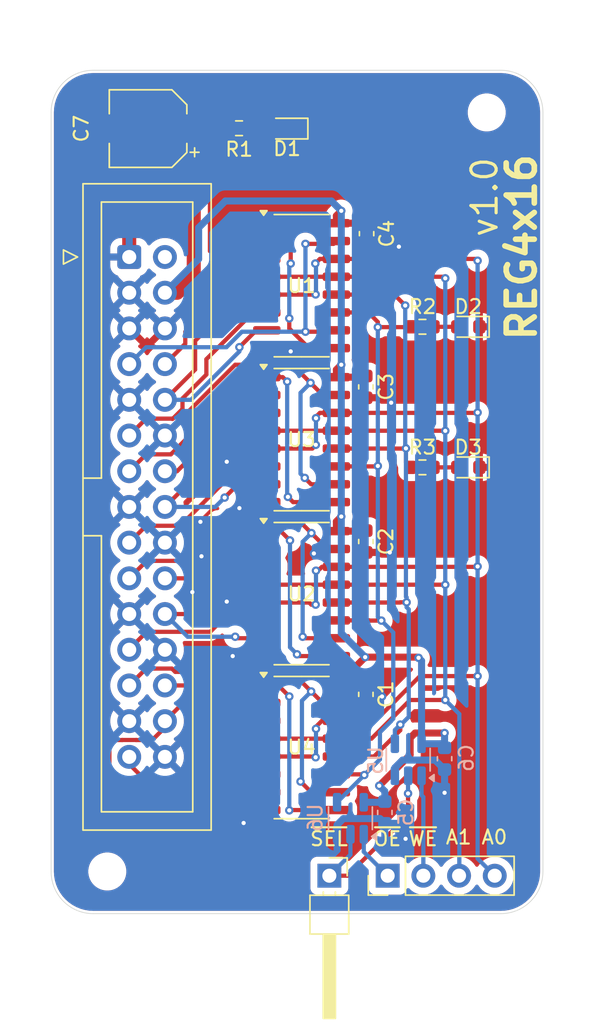
<source format=kicad_pcb>
(kicad_pcb (version 20241229) (generator "pcbnew") (generator_version "9.0")
  (title_block (date "2025-09-05") (rev "v1.0"))
  (layers (0 "F.Cu" signal) (2 "B.Cu" signal) (13 "F.Paste" user) (15 "B.Paste" user) (5 "F.SilkS" user "F.Silkscreen") (7 "B.SilkS" user "B.Silkscreen") (1 "F.Mask" user) (3 "B.Mask" user) (25 "Edge.Cuts" user))
  (net 0 "")
  (net 1 "/bus_conn/IO12")
  (net 2 "/bus_conn/IO6")
  (net 3 "/bus_conn/IO13")
  (net 4 "/bus_conn/IO2")
  (net 5 "/bus_conn/IO4")
  (net 6 "/bus_conn/IO7")
  (net 7 "/bus_conn/IO10")
  (net 8 "/bus_conn/IO0")
  (net 9 "/bus_conn/IO3")
  (net 10 "/bus_conn/IO11")
  (net 11 "/bus_conn/IO14")
  (net 12 "/bus_conn/CLK")
  (net 13 "/bus_conn/IO8")
  (net 14 "/bus_conn/IO5")
  (net 15 "/bus_conn/IO9")
  (net 16 "/bus_conn/IO15")
  (net 17 "/bus_conn/IO1")
  (net 18 "GND")
  (net 19 "+5V")
  (net 20 "/ADDR0")
  (net 21 "/~{OE}")
  (net 22 "/ADDR1")
  (net 23 "/~{WE}")
  (net 24 "/~{SEL}")
  (net 25 "/s~{OE}")
  (net 26 "/s~{WE}")
  (net 27 "Net-(D1-A)")
  (net 28 "Net-(D2-A)")
  (net 29 "Net-(D3-A)")
  (footprint "Package_SO:SOIC-16_3.9x9.9mm_P1.27mm" (layer "F.Cu") (at 37.325 55.731667)
    (property "Reference" "U2")
    (property "Value" "74LS670" (hide yes))
  )
  (footprint "MountingHole:MountingHole_2.2mm_M2" (layer "F.Cu") (at 50.5 21.5)
    (property "Reference" "H1" (hide yes))
    (property "Value" "MountingHole" (hide yes))
  )
  (footprint "Capacitor_SMD:C_0603_1608Metric" (layer "F.Cu") (at 41.95 30.125 -90)
    (property "Reference" "C4")
    (property "Value" "0.1uF" (hide yes))
  )
  (footprint "Package_SO:SOIC-16_3.9x9.9mm_P1.27mm" (layer "F.Cu") (at 37.325 44.778333)
    (property "Reference" "U3")
    (property "Value" "74LS670" (hide yes))
  )
  (footprint "Resistor_SMD:R_0603_1608Metric" (layer "F.Cu") (at 45.925 36.75)
    (property "Reference" "R2")
    (property "Value" "220")
  )
  (footprint "Package_SO:SOIC-16_3.9x9.9mm_P1.27mm" (layer "F.Cu") (at 37.325 33.825)
    (property "Reference" "U1")
    (property "Value" "74LS670" (hide yes))
  )
  (footprint "Capacitor_SMD:C_0603_1608Metric" (layer "F.Cu") (at 41.9 52.025 -90)
    (property "Reference" "C2")
    (property "Value" "0.1uF" (hide yes))
  )
  (footprint "Resistor_SMD:R_0603_1608Metric" (layer "F.Cu") (at 45.925 46.75)
    (property "Reference" "R3")
    (property "Value" "220")
  )
  (footprint "Capacitor_SMD:C_0603_1608Metric" (layer "F.Cu") (at 41.9 41.025 -90)
    (property "Reference" "C3")
    (property "Value" "0.1uF" (hide yes))
  )
  (footprint "Package_SO:SOIC-16_3.9x9.9mm_P1.27mm" (layer "F.Cu") (at 37.325 66.685)
    (property "Reference" "U4")
    (property "Value" "74LS670" (hide yes))
  )
  (footprint "Capacitor_SMD:C_0603_1608Metric" (layer "F.Cu") (at 41.9 62.9 -90)
    (property "Reference" "C1")
    (property "Value" "0.1uF" (hide yes))
  )
  (footprint "Connector_IDC:IDC-Header_2x15_P2.54mm_Vertical" (layer "F.Cu") (at 25.06 31.785)
    (property "Reference" "J3" (hide yes))
    (property "Value" "Conn_02x15_Odd_Even" (hide yes))
  )
  (footprint "LED_SMD:LED_0603_1608Metric" (layer "F.Cu") (at 49.1875 46.75 180)
    (property "Reference" "D3")
    (property "Value" "LED" (hide yes))
  )
  (footprint "Resistor_SMD:R_0603_1608Metric" (layer "F.Cu") (at 32.875 22.625)
    (property "Reference" "R1")
    (property "Value" "220" (hide yes))
  )
  (footprint "Capacitor_SMD:CP_Elec_5x5.3" (layer "F.Cu") (at 26.4 22.65 180)
    (property "Reference" "C7")
    (property "Value" "100uF" (hide yes))
  )
  (footprint "LED_SMD:LED_0603_1608Metric" (layer "F.Cu") (at 49.1875 36.75 180)
    (property "Reference" "D2")
    (property "Value" "LED" (hide yes))
  )
  (footprint "LED_SMD:LED_0603_1608Metric" (layer "F.Cu") (at 36.2875 22.65 180)
    (property "Reference" "D1")
    (property "Value" "LED" (hide yes))
  )
  (footprint "Connector_PinHeader_2.54mm:PinHeader_1x01_P2.54mm_Horizontal" (layer "F.Cu") (at 39.3 75.8 -90)
    (property "Reference" "J2" (hide yes))
    (property "Value" "Conn_01x01")
  )
  (footprint "MountingHole:MountingHole_2.2mm_M2" (layer "F.Cu") (at 23.5 75.5)
    (property "Reference" "H2" (hide yes))
    (property "Value" "MountingHole" (hide yes))
  )
  (footprint "Connector_PinHeader_2.54mm:PinHeader_1x04_P2.54mm_Vertical" (layer "F.Cu") (at 43.45 75.8 90)
    (property "Reference" "J1" (hide yes))
    (property "Value" "Conn_01x04" (hide yes))
  )
  (footprint "Capacitor_SMD:C_0603_1608Metric" (layer "B.Cu") (at 43.25 71.3 -90)
    (property "Reference" "C5")
    (property "Value" "0.1uF" (hide yes))
  )
  (footprint "Package_TO_SOT_SMD:SOT-23-5" (layer "B.Cu") (at 40.8 71.7125 90)
    (property "Reference" "U6")
    (property "Value" "74AHC1G32")
  )
  (footprint "Capacitor_SMD:C_0603_1608Metric" (layer "B.Cu") (at 47.5 67.475 -90)
    (property "Reference" "C6")
    (property "Value" "0.1uF" (hide yes))
  )
  (footprint "Package_TO_SOT_SMD:SOT-23-5" (layer "B.Cu") (at 44.9125 67.55 90)
    (property "Reference" "U5")
    (property "Value" "74AHC1G32")
  )
  (gr_arc (start 19.5 21.5) (mid 20.37868 19.37868) (end 22.5 18.5) (stroke (width 0.05)) (layer "Edge.Cuts"))
  (gr_line (start 22.5 18.5) (end 51.5 18.5) (stroke (width 0.05)) (layer "Edge.Cuts"))
  (gr_line (start 51.5 78.5) (end 22.5 78.5) (stroke (width 0.05)) (layer "Edge.Cuts"))
  (gr_line (start 19.5 75.5) (end 19.5 21.5) (stroke (width 0.05)) (layer "Edge.Cuts"))
  (gr_arc (start 51.5 18.5) (mid 53.62132 19.37868) (end 54.5 21.5) (stroke (width 0.05)) (layer "Edge.Cuts"))
  (gr_line (start 54.5 21.5) (end 54.5 75.5) (stroke (width 0.05)) (layer "Edge.Cuts"))
  (gr_arc (start 22.5 78.5) (mid 20.37868 77.62132) (end 19.5 75.5) (stroke (width 0.05)) (layer "Edge.Cuts"))
  (gr_arc (start 54.5 75.5) (mid 53.62132 77.62132) (end 51.5 78.5) (stroke (width 0.05)) (layer "Edge.Cuts"))
  (gr_text "~{SEL}\n" (at 37.841667 73.7625 0) (layer "F.SilkS") (effects (font (size 1 1) (thickness 0.153)) (justify left bottom)))
  (gr_text "A1" (at 47.500238 73.641667 0) (layer "F.SilkS") (effects (font (size 1 1) (thickness 0.153)) (justify left bottom)))
  (gr_text "REG4x16" (at 54.15 37.925 90) (layer "F.SilkS") (effects (font (size 2 2) (thickness 0.4) (bold yes)) (justify left bottom)))
  (gr_text "~{WE}\n" (at 44.841191 73.7625 0) (layer "F.SilkS") (effects (font (size 1 1) (thickness 0.153)) (justify left bottom)))
  (gr_text "A0" (at 50.040238 73.641667 0) (layer "F.SilkS") (effects (font (size 1 1) (thickness 0.153)) (justify left bottom)))
  (gr_text "~{OE}\n" (at 42.34881 73.7625 0) (layer "F.SilkS") (effects (font (size 1 1) (thickness 0.153)) (justify left bottom)))
  (gr_text "v1.0" (at 51.4 30.5 90) (layer "F.SilkS") (effects (font (size 1.8 1.8) (thickness 0.225)) (justify left bottom)))
  (segment (start 28.097471 61.064) (end 26.261 61.064) (width 0.3) (layer "F.Cu") (net 1))
  (segment (start 38.007501 62.692499) (end 36.615001 61.3) (width 0.3) (layer "F.Cu") (net 1))
  (segment (start 38.01 69.86) (end 37.25 69.1) (width 0.3) (layer "F.Cu") (net 1))
  (segment (start 39.8 63.51) (end 38.825001 63.51) (width 0.3) (layer "F.Cu") (net 1))
  (segment (start 39.8 69.86) (end 38.01 69.86) (width 0.3) (layer "F.Cu") (net 1))
  (segment (start 38.825001 63.51) (end 38.007501 62.692499) (width 0.3) (layer "F.Cu") (net 1))
  (segment (start 28.333471 61.3) (end 28.097471 61.064) (width 0.3) (layer "F.Cu") (net 1))
  (segment (start 26.261 61.064) (end 25.06 62.265) (width 0.3) (layer "F.Cu") (net 1))
  (segment (start 36.615001 61.3) (end 28.333471 61.3) (width 0.3) (layer "F.Cu") (net 1))
  (via (at 38.007501 62.692499) (size 0.6) (drill 0.3) (layers "F.Cu" "B.Cu") (net 1))
  (via (at 37.25 69.1) (size 0.6) (drill 0.3) (layers "F.Cu" "B.Cu") (net 1))
  (segment (start 38.007501 62.692499) (end 37.35 63.35) (width 0.3) (layer "B.Cu") (net 1))
  (segment (start 37.35 69) (end 37.25 69.1) (width 0.3) (layer "B.Cu") (net 1))
  (segment (start 37.35 63.35) (end 37.35 69) (width 0.3) (layer "B.Cu") (net 1))
  (segment (start 27.6 49.565) (end 31.2 45.965) (width 0.3) (layer "F.Cu") (net 2))
  (segment (start 31.2 45.965) (end 31.2 44.278334) (width 0.3) (layer "F.Cu") (net 2))
  (segment (start 31.2 44.278334) (end 33.875001 41.603333) (width 0.3) (layer "F.Cu") (net 2))
  (segment (start 31.85 48.9) (end 32.796667 47.953333) (width 0.3) (layer "F.Cu") (net 2))
  (segment (start 32.796667 47.953333) (end 34.85 47.953333) (width 0.3) (layer "F.Cu") (net 2))
  (segment (start 33.875001 41.603333) (end 34.85 41.603333) (width 0.3) (layer "F.Cu") (net 2))
  (via (at 31.85 48.9) (size 0.6) (drill 0.3) (layers "F.Cu" "B.Cu") (net 2))
  (segment (start 31.185 49.565) (end 27.6 49.565) (width 0.3) (layer "B.Cu") (net 2))
  (segment (start 31.85 48.9) (end 31.185 49.565) (width 0.3) (layer "B.Cu") (net 2))
  (segment (start 27.6 62.265) (end 34.825 62.265) (width 0.3) (layer "F.Cu") (net 3))
  (segment (start 36.47 71.13) (end 36.45 71.15) (width 0.3) (layer "F.Cu") (net 3))
  (segment (start 34.85 62.24) (end 35.64 62.24) (width 0.3) (layer "F.Cu") (net 3))
  (segment (start 39.8 71.13) (end 36.47 71.13) (width 0.3) (layer "F.Cu") (net 3))
  (segment (start 35.64 62.24) (end 36.45 63.05) (width 0.3) (layer "F.Cu") (net 3))
  (segment (start 34.825 62.265) (end 34.85 62.24) (width 0.3) (layer "F.Cu") (net 3))
  (segment (start 36.45 63.05) (end 36.5 63.1) (width 0.3) (layer "F.Cu") (net 3))
  (via (at 36.45 63.05) (size 0.6) (drill 0.3) (layers "F.Cu" "B.Cu") (net 3))
  (via (at 36.45 71.15) (size 0.6) (drill 0.3) (layers "F.Cu" "B.Cu") (net 3))
  (segment (start 36.45 63.05) (end 36.45 71.15) (width 0.3) (layer "B.Cu") (net 3))
  (segment (start 29.75 39.795) (end 29.75 37.75) (width 0.3) (layer "F.Cu") (net 4))
  (segment (start 29.75 37.75) (end 32 35.5) (width 0.3) (layer "F.Cu") (net 4))
  (segment (start 33.875001 30.65) (end 34.85 30.65) (width 0.3) (layer "F.Cu") (net 4))
  (segment (start 34.85 37) (end 34.1 37) (width 0.3) (layer "F.Cu") (net 4))
  (segment (start 32 35.5) (end 32 32.525001) (width 0.3) (layer "F.Cu") (net 4))
  (segment (start 32 32.525001) (end 33.875001 30.65) (width 0.3) (layer "F.Cu") (net 4))
  (segment (start 27.6 41.945) (end 29.75 39.795) (width 0.3) (layer "F.Cu") (net 4))
  (segment (start 34.1 37) (end 32.9 38.2) (width 0.3) (layer "F.Cu") (net 4))
  (via (at 32.9 38.2) (size 0.6) (drill 0.3) (layers "F.Cu" "B.Cu") (net 4))
  (segment (start 32.9 38.5) (end 32.9 38.2) (width 0.3) (layer "B.Cu") (net 4))
  (segment (start 27.6 41.945) (end 29.455 41.945) (width 0.3) (layer "B.Cu") (net 4))
  (segment (start 29.455 41.945) (end 32.9 38.5) (width 0.3) (layer "B.Cu") (net 4))
  (segment (start 36.671668 39.45) (end 37.960834 40.739166) (width 0.3) (layer "F.Cu") (net 5))
  (segment (start 38.825001 41.603333) (end 39.8 41.603333) (width 0.3) (layer "F.Cu") (net 5))
  (segment (start 28.026 45.824) (end 29.35 44.5) (width 0.3) (layer "F.Cu") (net 5))
  (segment (start 25.06 47.025) (end 26.261 45.824) (width 0.3) (layer "F.Cu") (net 5))
  (segment (start 29.35 44.5) (end 29.35 42.7) (width 0.3) (layer "F.Cu") (net 5))
  (segment (start 32.6 39.45) (end 36.671668 39.45) (width 0.3) (layer "F.Cu") (net 5))
  (segment (start 37.960834 40.739166) (end 38.825001 41.603333) (width 0.3) (layer "F.Cu") (net 5))
  (segment (start 29.35 42.7) (end 32.6 39.45) (width 0.3) (layer "F.Cu") (net 5))
  (segment (start 26.261 45.824) (end 28.026 45.824) (width 0.3) (layer "F.Cu") (net 5))
  (segment (start 38.003333 47.953333) (end 37.55 47.5) (width 0.3) (layer "F.Cu") (net 5))
  (segment (start 39.8 47.953333) (end 38.003333 47.953333) (width 0.3) (layer "F.Cu") (net 5))
  (via (at 37.55 47.5) (size 0.6) (drill 0.3) (layers "F.Cu" "B.Cu") (net 5))
  (via (at 37.960834 40.739166) (size 0.6) (drill 0.3) (layers "F.Cu" "B.Cu") (net 5))
  (segment (start 37.25 41.45) (end 37.25 47.2) (width 0.3) (layer "B.Cu") (net 5))
  (segment (start 37.960834 40.739166) (end 37.25 41.45) (width 0.3) (layer "B.Cu") (net 5))
  (segment (start 37.25 47.2) (end 37.55 47.5) (width 0.3) (layer "B.Cu") (net 5))
  (segment (start 28.696 50.904) (end 32.916667 46.683333) (width 0.3) (layer "F.Cu") (net 6))
  (segment (start 32.916667 43.831667) (end 33.875001 42.873333) (width 0.3) (layer "F.Cu") (net 6))
  (segment (start 26.261 50.904) (end 28.696 50.904) (width 0.3) (layer "F.Cu") (net 6))
  (segment (start 25.06 52.105) (end 26.261 50.904) (width 0.3) (layer "F.Cu") (net 6))
  (segment (start 32.916667 46.683333) (end 34.85 46.683333) (width 0.3) (layer "F.Cu") (net 6))
  (segment (start 33.875001 42.873333) (end 34.85 42.873333) (width 0.3) (layer "F.Cu") (net 6))
  (segment (start 32.916667 46.683333) (end 32.916667 43.831667) (width 0.3) (layer "F.Cu") (net 6))
  (segment (start 33.793333 52.556667) (end 34.85 52.556667) (width 0.3) (layer "F.Cu") (net 7))
  (segment (start 29.165 57.185) (end 33.793333 52.556667) (width 0.3) (layer "F.Cu") (net 7))
  (segment (start 34.85 58.906667) (end 32.706667 58.906667) (width 0.3) (layer "F.Cu") (net 7))
  (segment (start 32.706667 58.906667) (end 32.6 58.8) (width 0.3) (layer "F.Cu") (net 7))
  (segment (start 27.6 57.185) (end 29.165 57.185) (width 0.3) (layer "F.Cu") (net 7))
  (via (at 32.6 58.8) (size 0.6) (drill 0.3) (layers "F.Cu" "B.Cu") (net 7))
  (segment (start 29.215 58.8) (end 32.6 58.8) (width 0.3) (layer "B.Cu") (net 7))
  (segment (start 27.6 57.185) (end 29.215 58.8) (width 0.3) (layer "B.Cu") (net 7))
  (segment (start 37.6 37.1) (end 39.7 37.1) (width 0.3) (layer "F.Cu") (net 8))
  (segment (start 37.6 30.85) (end 39.6 30.85) (width 0.3) (layer "F.Cu") (net 8))
  (segment (start 39.6 30.85) (end 39.8 30.65) (width 0.3) (layer "F.Cu") (net 8))
  (segment (start 39.7 37.1) (end 39.8 37) (width 0.3) (layer "F.Cu") (net 8))
  (via (at 37.6 30.85) (size 0.6) (drill 0.3) (layers "F.Cu" "B.Cu") (net 8))
  (via (at 37.6 37.1) (size 0.6) (drill 0.3) (layers "F.Cu" "B.Cu") (net 8))
  (segment (start 33.079346 37.1) (end 37.6 37.1) (width 0.3) (layer "B.Cu") (net 8))
  (segment (start 37.6 37.1) (end 37.6 30.85) (width 0.3) (layer "B.Cu") (net 8))
  (segment (start 25.06 39.405) (end 26.261 38.204) (width 0.3) (layer "B.Cu") (net 8))
  (segment (start 26.261 38.204) (end 31.975346 38.204) (width 0.3) (layer "B.Cu") (net 8))
  (segment (start 31.975346 38.204) (end 33.079346 37.1) (width 0.3) (layer "B.Cu") (net 8))
  (segment (start 30.55 40.15) (end 30.55 39.055001) (width 0.3) (layer "F.Cu") (net 9))
  (segment (start 33.3275 36.2775) (end 33.875001 35.73) (width 0.3) (layer "F.Cu") (net 9))
  (segment (start 25.06 44.485) (end 26.261 43.284) (width 0.3) (layer "F.Cu") (net 9))
  (segment (start 33.3275 36.2775) (end 33.3275 32.467501) (width 0.3) (layer "F.Cu") (net 9))
  (segment (start 30.55 39.055001) (end 33.3275 36.2775) (width 0.3) (layer "F.Cu") (net 9))
  (segment (start 26.261 43.284) (end 28.097471 43.284) (width 0.3) (layer "F.Cu") (net 9))
  (segment (start 28.85 41.85) (end 30.55 40.15) (width 0.3) (layer "F.Cu") (net 9))
  (segment (start 28.097471 43.284) (end 28.113471 43.3) (width 0.3) (layer "F.Cu") (net 9))
  (segment (start 28.113471 43.3) (end 28.15 43.3) (width 0.3) (layer "F.Cu") (net 9))
  (segment (start 33.875001 31.92) (end 34.85 31.92) (width 0.3) (layer "F.Cu") (net 9))
  (segment (start 33.3275 32.467501) (end 33.875001 31.92) (width 0.3) (layer "F.Cu") (net 9))
  (segment (start 33.875001 35.73) (end 34.85 35.73) (width 0.3) (layer "F.Cu") (net 9))
  (segment (start 28.85 42.6) (end 28.85 41.85) (width 0.3) (layer "F.Cu") (net 9))
  (segment (start 28.15 43.3) (end 28.85 42.6) (width 0.3) (layer "F.Cu") (net 9))
  (segment (start 33.4 57.636667) (end 34.85 57.636667) (width 0.3) (layer "F.Cu") (net 10))
  (segment (start 33.4 57.636667) (end 33.15 57.386667) (width 0.3) (layer "F.Cu") (net 10))
  (segment (start 34.423333 53.826667) (end 34.85 53.826667) (width 0.3) (layer "F.Cu") (net 10))
  (segment (start 25.06 59.69) (end 26.3 58.45) (width 0.3) (layer "F.Cu") (net 10))
  (segment (start 33.15 55.1) (end 34.423333 53.826667) (width 0.3) (layer "F.Cu") (net 10))
  (segment (start 31.636667 57.636667) (end 33.4 57.636667) (width 0.3) (layer "F.Cu") (net 10))
  (segment (start 33.15 57.386667) (end 33.15 55.1) (width 0.3) (layer "F.Cu") (net 10))
  (segment (start 26.3 58.45) (end 30.823334 58.45) (width 0.3) (layer "F.Cu") (net 10))
  (segment (start 25.06 59.725) (end 25.06 59.69) (width 0.3) (layer "F.Cu") (net 10))
  (segment (start 30.823334 58.45) (end 31.636667 57.636667) (width 0.3) (layer "F.Cu") (net 10))
  (segment (start 25.557471 66.144) (end 24.562529 66.144) (width 0.3) (layer "F.Cu") (net 11))
  (segment (start 34.31 70.4) (end 34.85 69.86) (width 0.3) (layer "F.Cu") (net 11))
  (segment (start 26.7 66.15) (end 25.563471 66.15) (width 0.3) (layer "F.Cu") (net 11))
  (segment (start 23.65 68.8) (end 25.25 70.4) (width 0.3) (layer "F.Cu") (net 11))
  (segment (start 25.25 70.4) (end 34.31 70.4) (width 0.3) (layer "F.Cu") (net 11))
  (segment (start 24.556529 66.15) (end 24.05 66.15) (width 0.3) (layer "F.Cu") (net 11))
  (segment (start 27.6 64.805) (end 27.6 65.25) (width 0.3) (layer "F.Cu") (net 11))
  (segment (start 25.563471 66.15) (end 25.557471 66.144) (width 0.3) (layer "F.Cu") (net 11))
  (segment (start 24.562529 66.144) (end 24.556529 66.15) (width 0.3) (layer "F.Cu") (net 11))
  (segment (start 23.65 66.55) (end 23.65 68.8) (width 0.3) (layer "F.Cu") (net 11))
  (segment (start 27.6 64.805) (end 28.895 63.51) (width 0.3) (layer "F.Cu") (net 11))
  (segment (start 27.6 65.25) (end 26.7 66.15) (width 0.3) (layer "F.Cu") (net 11))
  (segment (start 24.05 66.15) (end 23.65 66.55) (width 0.3) (layer "F.Cu") (net 11))
  (segment (start 28.895 63.51) (end 34.85 63.51) (width 0.3) (layer "F.Cu") (net 11))
  (segment (start 25.06 54.645) (end 26.305 53.4) (width 0.3) (layer "F.Cu") (net 13))
  (segment (start 26.305 53.4) (end 28.4 53.4) (width 0.3) (layer "F.Cu") (net 13))
  (segment (start 39.156667 52.556667) (end 39.8 52.556667) (width 0.3) (layer "F.Cu") (net 13))
  (segment (start 37.506667 58.906667) (end 39.8 58.906667) (width 0.3) (layer "F.Cu") (net 13))
  (segment (start 37.05 50.45) (end 38.025 51.425) (width 0.3) (layer "F.Cu") (net 13))
  (segment (start 31.35 50.45) (end 37.05 50.45) (width 0.3) (layer "F.Cu") (net 13))
  (segment (start 38.025 51.425) (end 39.156667 52.556667) (width 0.3) (layer "F.Cu") (net 13))
  (segment (start 37.4 58.8) (end 37.506667 58.906667) (width 0.3) (layer "F.Cu") (net 13))
  (segment (start 28.4 53.4) (end 31.35 50.45) (width 0.3) (layer "F.Cu") (net 13))
  (via (at 38.025 51.425) (size 0.6) (drill 0.3) (layers "F.Cu" "B.Cu") (net 13))
  (via (at 37.4 58.8) (size 0.6) (drill 0.3) (layers "F.Cu" "B.Cu") (net 13))
  (segment (start 37.4 52.05) (end 38.025 51.425) (width 0.3) (layer "B.Cu") (net 13))
  (segment (start 37.4 58.8) (end 37.4 52.05) (width 0.3) (layer "B.Cu") (net 13))
  (segment (start 34.85 40.333333) (end 35.983333 40.333333) (width 0.3) (layer "F.Cu") (net 14))
  (segment (start 35.983333 40.333333) (end 36.3 40.65) (width 0.3) (layer "F.Cu") (net 14))
  (segment (start 33.216667 40.333333) (end 34.85 40.333333) (width 0.3) (layer "F.Cu") (net 14))
  (segment (start 30.15 45.339011) (end 30.15 43.4) (width 0.3) (layer "F.Cu") (net 14))
  (segment (start 39.8 49.223333) (end 36.723333 49.223333) (width 0.3) (layer "F.Cu") (net 14))
  (segment (start 36.723333 49.223333) (end 36.35 48.85) (width 0.3) (layer "F.Cu") (net 14))
  (segment (start 28.464011 47.025) (end 30.15 45.339011) (width 0.3) (layer "F.Cu") (net 14))
  (segment (start 27.6 47.025) (end 28.464011 47.025) (width 0.3) (layer "F.Cu") (net 14))
  (segment (start 30.15 43.4) (end 33.216667 40.333333) (width 0.3) (layer "F.Cu") (net 14))
  (via (at 36.3 40.65) (size 0.6) (drill 0.3) (layers "F.Cu" "B.Cu") (net 14))
  (via (at 36.35 48.85) (size 0.6) (drill 0.3) (layers "F.Cu" "B.Cu") (net 14))
  (segment (start 36.3 48.8) (end 36.35 48.85) (width 0.3) (layer "B.Cu") (net 14))
  (segment (start 36.3 40.65) (end 36.3 48.8) (width 0.3) (layer "B.Cu") (net 14))
  (segment (start 34.85 51.286667) (end 35.836667 51.286667) (width 0.3) (layer "F.Cu") (net 15))
  (segment (start 33.563333 51.286667) (end 30.205 54.645) (width 0.3) (layer "F.Cu") (net 15))
  (segment (start 30.205 54.645) (end 27.6 54.645) (width 0.3) (layer "F.Cu") (net 15))
  (segment (start 35.836667 51.286667) (end 36.5 51.95) (width 0.3) (layer "F.Cu") (net 15))
  (segment (start 34.85 51.286667) (end 33.563333 51.286667) (width 0.3) (layer "F.Cu") (net 15))
  (segment (start 39.8 60.176667) (end 37.126667 60.176667) (width 0.3) (layer "F.Cu") (net 15))
  (segment (start 37.126667 60.176667) (end 37 60.05) (width 0.3) (layer "F.Cu") (net 15))
  (via (at 36.5 51.95) (size 0.6) (drill 0.3) (layers "F.Cu" "B.Cu") (net 15))
  (via (at 37 60.05) (size 0.6) (drill 0.3) (layers "F.Cu" "B.Cu") (net 15))
  (segment (start 36.5 59.55) (end 37 60.05) (width 0.3) (layer "B.Cu") (net 15))
  (segment (start 36.5 51.95) (end 36.5 59.55) (width 0.3) (layer "B.Cu") (net 15))
  (segment (start 32.515 69.375) (end 33.3 68.59) (width 0.3) (layer "F.Cu") (net 16))
  (segment (start 25.06 67.345) (end 25.06 67.86) (width 0.3) (layer "F.Cu") (net 16))
  (segment (start 32.95 65.705001) (end 32.95 68.24) (width 0.3) (layer "F.Cu") (net 16))
  (segment (start 33.3 68.59) (end 34.85 68.59) (width 0.3) (layer "F.Cu") (net 16))
  (segment (start 25.06 67.86) (end 26.575 69.375) (width 0.3) (layer "F.Cu") (net 16))
  (segment (start 34.85 64.78) (end 33.875001 64.78) (width 0.3) (layer "F.Cu") (net 16))
  (segment (start 26.575 69.375) (end 32.515 69.375) (width 0.3) (layer "F.Cu") (net 16))
  (segment (start 32.95 68.24) (end 33.3 68.59) (width 0.3) (layer "F.Cu") (net 16))
  (segment (start 33.875001 64.78) (end 32.95 65.705001) (width 0.3) (layer "F.Cu") (net 16))
  (segment (start 36.55 30.105001) (end 36.55 32.25) (width 0.3) (layer "F.Cu") (net 17))
  (segment (start 36.45 36.870654) (end 36.45 36.15) (width 0.3) (layer "F.Cu") (net 17))
  (segment (start 29.049 37.956) (end 29.049 37.101) (width 0.3) (layer "F.Cu") (net 17))
  (segment (start 29.049 37.101) (end 30.675 35.475) (width 0.3) (layer "F.Cu") (net 17))
  (segment (start 35.824999 29.38) (end 36.55 30.105001) (width 0.3) (layer "F.Cu") (net 17))
  (segment (start 30.675 32.580001) (end 33.875001 29.38) (width 0.3) (layer "F.Cu") (net 17))
  (segment (start 30.675 35.475) (end 30.675 32.580001) (width 0.3) (layer "F.Cu") (net 17))
  (segment (start 39.8 38.27) (end 37.849346 38.27) (width 0.3) (layer "F.Cu") (net 17))
  (segment (start 34.85 29.38) (end 35.824999 29.38) (width 0.3) (layer "F.Cu") (net 17))
  (segment (start 27.6 39.405) (end 29.049 37.956) (width 0.3) (layer "F.Cu") (net 17))
  (segment (start 37.849346 38.27) (end 36.45 36.870654) (width 0.3) (layer "F.Cu") (net 17))
  (segment (start 33.875001 29.38) (end 34.85 29.38) (width 0.3) (layer "F.Cu") (net 17))
  (via (at 36.55 32.25) (size 0.6) (drill 0.3) (layers "F.Cu" "B.Cu") (net 17))
  (via (at 36.45 36.15) (size 0.6) (drill 0.3) (layers "F.Cu" "B.Cu") (net 17))
  (segment (start 36.45 32.35) (end 36.55 32.25) (width 0.3) (layer "B.Cu") (net 17))
  (segment (start 36.45 36.15) (end 36.45 32.35) (width 0.3) (layer "B.Cu") (net 17))
  (segment (start 34.85 60.176667) (end 32.423333 60.176667) (width 0.5) (layer "F.Cu") (net 18))
  (segment (start 33.326667 49.223333) (end 32.9 49.65) (width 0.5) (layer "F.Cu") (net 18))
  (segment (start 41.9 52.8) (end 43.6 52.8) (width 0.5) (layer "F.Cu") (net 18))
  (segment (start 36.32 38.27) (end 36.55 38.5) (width 0.5) (layer "F.Cu") (net 18))
  (segment (start 43.35 41.8) (end 43.7 42.15) (width 0.5) (layer "F.Cu") (net 18))
  (segment (start 44.1 30.9) (end 44.25 31.05) (width 0.5) (layer "F.Cu") (net 18))
  (segment (start 34.85 71.13) (end 33.93 72.05) (width 0.5) (layer "F.Cu") (net 18))
  (segment (start 41.95 30.9) (end 44.1 30.9) (width 0.5) (layer "F.Cu") (net 18))
  (segment (start 25.06 23.51) (end 24.2 22.65) (width 1) (layer "F.Cu") (net 18))
  (segment (start 33.93 72.05) (end 33.2 72.05) (width 0.5) (layer "F.Cu") (net 18))
  (segment (start 34.85 38.27) (end 36.32 38.27) (width 0.5) (layer "F.Cu") (net 18))
  (segment (start 41.9 41.8) (end 43.35 41.8) (width 0.5) (layer "F.Cu") (net 18))
  (segment (start 34.85 49.223333) (end 33.326667 49.223333) (width 0.5) (layer "F.Cu") (net 18))
  (segment (start 41.9 63.675) (end 42.425 63.675) (width 0.5) (layer "F.Cu") (net 18))
  (segment (start 42.425 63.675) (end 43.05 63.05) (width 0.5) (layer "F.Cu") (net 18))
  (segment (start 25.06 31.785) (end 25.06 23.51) (width 1) (layer "F.Cu") (net 18))
  (via (at 44.25 31.05) (size 0.6) (drill 0.3) (layers "F.Cu" "B.Cu") (net 18))
  (via (at 44.725 73.175) (size 0.6) (drill 0.3) (layers "F.Cu" "B.Cu") (net 18))
  (via (at 43.6 52.8) (size 0.6) (drill 0.3) (layers "F.Cu" "B.Cu") (net 18))
  (via (at 30.125 50.625) (size 0.6) (drill 0.3) (layers "F.Cu" "B.Cu") (net 18))
  (via (at 32 46.35) (size 0.6) (drill 0.3) (layers "F.Cu" "B.Cu") (net 18))
  (via (at 32.423333 60.176667) (size 0.6) (drill 0.3) (layers "F.Cu" "B.Cu") (net 18))
  (via (at 36.55 38.5) (size 0.6) (drill 0.3) (layers "F.Cu" "B.Cu") (net 18))
  (via (at 32.9 49.65) (size 0.6) (drill 0.3) (layers "F.Cu" "B.Cu") (net 18))
  (via (at 43.05 63.05) (size 0.6) (drill 0.3) (layers "F.Cu" "B.Cu") (net 18))
  (via (at 32 56.3) (size 0.6) (drill 0.3) (layers "F.Cu" "B.Cu") (net 18))
  (via (at 29.55 55.625) (size 0.6) (drill 0.3) (layers "F.Cu" "B.Cu") (net 18))
  (via (at 47.5 69.9) (size 0.6) (drill 0.3) (layers "F.Cu" "B.Cu") (net 18))
  (via (at 33.2 72.05) (size 0.6) (drill 0.3) (layers "F.Cu" "B.Cu") (net 18))
  (via (at 30.2 53.075) (size 0.6) (drill 0.3) (layers "F.Cu" "B.Cu") (net 18))
  (via (at 38.2 52.875) (size 0.6) (drill 0.3) (layers "F.Cu" "B.Cu") (net 18))
  (via (at 43.7 42.15) (size 0.6) (drill 0.3) (layers "F.Cu" "B.Cu") (net 18))
  (segment (start 44.5094 67.574) (end 46.824 67.574) (width 0.5) (layer "B.Cu") (net 18))
  (segment (start 43.675 72.075) (end 43.25 72.075) (width 0.5) (layer "B.Cu") (net 18))
  (segment (start 39.85 72.85) (end 39.85 72.187501) (width 0.5) (layer "B.Cu") (net 18))
  (segment (start 43.9625 68.1209) (end 44.5094 67.574) (width 0.5) (layer "B.Cu") (net 18))
  (segment (start 46.824 67.574) (end 47.5 68.25) (width 0.5) (layer "B.Cu") (net 18))
  (segment (start 44.725 73.175) (end 43.9 72.35) (width 0.5) (layer "B.Cu") (net 18))
  (segment (start 40.301001 71.7365) (end 42.9115 71.7365) (width 0.5) (layer "B.Cu") (net 18))
  (segment (start 43.9 72.3) (end 43.675 72.075) (width 0.5) (layer "B.Cu") (net 18))
  (segment (start 39.85 72.187501) (end 40.301001 71.7365) (width 0.5) (layer "B.Cu") (net 18))
  (segment (start 42.9115 71.7365) (end 43.25 72.075) (width 0.5) (layer "B.Cu") (net 18))
  (segment (start 47.5 68.25) (end 47.5 69.9) (width 0.5) (layer "B.Cu") (net 18))
  (segment (start 43.9625 68.6875) (end 43.9625 68.1209) (width 0.5) (layer "B.Cu") (net 18))
  (segment (start 43.9 72.35) (end 43.9 72.3) (width 0.5) (layer "B.Cu") (net 18))
  (segment (start 40.15 39.45) (end 39.8 39.8) (width 0.5) (layer "F.Cu") (net 19))
  (segment (start 39.8 29.38) (end 41.92 29.38) (width 0.5) (layer "F.Cu") (net 19))
  (segment (start 39.8 51.286667) (end 41.863333 51.286667) (width 0.5) (layer "F.Cu") (net 19))
  (segment (start 39.8 39.8) (end 39.8 40.333333) (width 0.5) (layer "F.Cu") (net 19))
  (segment (start 45.6 60.25) (end 45.65 60.3) (width 0.5) (layer "F.Cu") (net 19))
  (segment (start 45.05 67.2) (end 42.85 69.4) (width 0.5) (layer "F.Cu") (net 19))
  (segment (start 47.5 65.65) (end 45.4 65.65) (width 0.5) (layer "F.Cu") (net 19))
  (segment (start 41.785 62.24) (end 41.9 62.125) (width 0.5) (layer "F.Cu") (net 19))
  (segment (start 39.8 61.45) (end 39.8 62.24) (width 0.5) (layer "F.Cu") (net 19))
  (segment (start 28.475 34.325) (end 27.6 34.325) (width 1) (layer "F.Cu") (net 19))
  (segment (start 29.65 23.7) (end 29.65 33.15) (width 1) (layer "F.Cu") (net 19))
  (segment (start 39.8 50.6) (end 40.15 50.25) (width 0.5) (layer "F.Cu") (net 19))
  (segment (start 28.625 22.625) (end 32.05 22.625) (width 0.5) (layer "F.Cu") (net 19))
  (segment (start 40.95 61.15) (end 40.1 61.15) (width 0.5) (layer "F.Cu") (net 19))
  (segment (start 41.85 60.25) (end 40.95 61.15) (width 0.5) (layer "F.Cu") (net 19))
  (segment (start 39.8 29.38) (end 39.8 28.85) (width 0.5) (layer "F.Cu") (net 19))
  (segment (start 41.92 29.38) (end 41.95 29.35) (width 0.5) (layer "F.Cu") (net 19))
  (segment (start 32.025 22.65) (end 28.6 22.65) (width 0.5) (layer "F.Cu") (net 19))
  (segment (start 39.8 51.286667) (end 39.8 50.6) (width 0.5) (layer "F.Cu") (net 19))
  (segment (start 29.65 33.15) (end 28.475 34.325) (width 1) (layer "F.Cu") (net 19))
  (segment (start 39.8 40.333333) (end 41.816667 40.333333) (width 0.5) (layer "F.Cu") (net 19))
  (segment (start 45.05 66) (end 45.05 67.2) (width 0.5) (layer "F.Cu") (net 19))
  (segment (start 39.8 28.85) (end 40.15 28.5) (width 0.5) (layer "F.Cu") (net 19))
  (segment (start 39.8 62.24) (end 41.785 62.24) (width 0.5) (layer "F.Cu") (net 19))
  (segment (start 28.6 22.65) (end 28.625 22.625) (width 0.5) (layer "F.Cu") (net 19))
  (segment (start 41.85 60.25) (end 45.6 60.25) (width 0.5) (layer "F.Cu") (net 19))
  (segment (start 41.863333 51.286667) (end 41.9 51.25) (width 0.5) (layer "F.Cu") (net 19))
  (segment (start 28.6 22.65) (end 29.65 23.7) (width 1) (layer "F.Cu") (net 19))
  (segment (start 41.816667 40.333333) (end 41.9 40.25) (width 0.5) (layer "F.Cu") (net 19))
  (segment (start 40.1 61.15) (end 39.8 61.45) (width 0.5) (layer "F.Cu") (net 19))
  (segment (start 45.4 65.65) (end 45.05 66) (width 0.5) (layer "F.Cu") (net 19))
  (via (at 47.5 65.65) (size 0.6) (drill 0.3) (layers "F.Cu" "B.Cu") (net 19))
  (via (at 40.15 39.45) (size 0.6) (drill 0.3) (layers "F.Cu" "B.Cu") (net 19))
  (via (at 40.15 28.5) (size 0.6) (drill 0.3) (layers "F.Cu" "B.Cu") (net 19))
  (via (at 45.65 60.3) (size 0.6) (drill 0.3) (layers "F.Cu" "B.Cu") (net 19))
  (via (at 42.85 69.4) (size 0.6) (drill 0.3) (layers "F.Cu" "B.Cu") (net 19))
  (via (at 41.85 60.25) (size 0.6) (drill 0.3) (layers "F.Cu" "B.Cu") (net 19))
  (via (at 40.15 50.25) (size 0.6) (drill 0.3) (layers "F.Cu" "B.Cu") (net 19))
  (segment (start 39.45 27.8) (end 40.15 28.5) (width 0.5) (layer "B.Cu") (net 19))
  (segment (start 40.15 39.45) (end 40.15 28.5) (width 0.5) (layer "B.Cu") (net 19))
  (segment (start 45.8625 60.5125) (end 45.8625 66.4125) (width 0.5) (layer "B.Cu") (net 19))
  (segment (start 31.9 27.8) (end 39.45 27.8) (width 0.5) (layer "B.Cu") (net 19))
  (segment (start 40.15 39.45) (end 40.15 58.55) (width 0.5) (layer "B.Cu") (net 19))
  (segment (start 43.25 69.8) (end 42.85 69.4) (width 0.5) (layer "B.Cu") (net 19))
  (segment (start 30 31.925) (end 30 29.7) (width 0.5) (layer "B.Cu") (net 19))
  (segment (start 47.5 66.7) (end 47.5 65.65) (width 0.5) (layer "B.Cu") (net 19))
  (segment (start 47.2125 66.4125) (end 47.5 66.7) (width 0.5) (layer "B.Cu") (net 19))
  (segment (start 43.2 70.575) (end 43.25 70.525) (width 0.5) (layer "B.Cu") (net 19))
  (segment (start 41.75 70.575) (end 43.2 70.575) (width 0.5) (layer "B.Cu") (net 19))
  (segment (start 30 29.7) (end 31.9 27.8) (width 0.5) (layer "B.Cu") (net 19))
  (segment (start 45.65 60.3) (end 45.8625 60.5125) (width 0.5) (layer "B.Cu") (net 19))
  (segment (start 40.15 58.55) (end 41.85 60.25) (width 0.5) (layer "B.Cu") (net 19))
  (segment (start 43.25 70.525) (end 43.25 69.8) (width 0.5) (layer "B.Cu") (net 19))
  (segment (start 27.6 34.325) (end 30 31.925) (width 0.5) (layer "B.Cu") (net 19))
  (segment (start 45.8625 66.4125) (end 47.2125 66.4125) (width 0.5) (layer "B.Cu") (net 19))
  (segment (start 38.35 43.25) (end 38.35 43.15) (width 0.3) (layer "F.Cu") (net 20))
  (segment (start 38.335386 45.147093) (end 38.335386 45.164614) (width 0.3) (layer "F.Cu") (net 20))
  (segment (start 39.8 42.873333) (end 49.826667 42.873333) (width 0.3) (layer "F.Cu") (net 20))
  (segment (start 38.35 43.15) (end 38.626667 42.873333) (width 0.3) (layer "F.Cu") (net 20))
  (segment (start 39.8 53.826667) (end 49.823333 53.826667) (width 0.3) (layer "F.Cu") (net 20))
  (segment (start 38.325 56.517107) (end 38.017107 56.517107) (width 0.3) (layer "F.Cu") (net 20))
  (segment (start 49.72 31.92) (end 49.85 32.05) (width 0.3) (layer "F.Cu") (net 20))
  (segment (start 38.335386 45.164614) (end 38.086667 45.413333) (width 0.3) (layer "F.Cu") (net 20))
  (segment (start 38.773333 53.826667) (end 39.8 53.826667) (width 0.3) (layer "F.Cu") (net 20))
  (segment (start 42.57 64.78) (end 45.75 61.6) (width 0.3) (layer "F.Cu") (net 20))
  (segment (start 38.313642 34.46) (end 38.325 34.448642) (width 0.3) (layer "F.Cu") (net 20))
  (segment (start 38.35 65.2) (end 38.77 64.78) (width 0.3) (layer "F.Cu") (net 20))
  (segment (start 38.086667 45.413333) (end 34.85 45.413333) (width 0.3) (layer "F.Cu") (net 20))
  (segment (start 34.85 34.46) (end 38.313642 34.46) (width 0.3) (layer "F.Cu") (net 20))
  (segment (start 38.325 67.375667) (end 38.269333 67.32) (width 0.3) (layer "F.Cu") (net 20))
  (segment (start 39.8 31.92) (end 49.72 31.92) (width 0.3) (layer "F.Cu") (net 20))
  (segment (start 39.8 31.92) (end 38.63 31.92) (width 0.3) (layer "F.Cu") (net 20))
  (segment (start 38.35 54.1) (end 38.45 54) (width 0.3) (layer "F.Cu") (net 20))
  (segment (start 38.45 54) (end 38.6 54) (width 0.3) (layer "F.Cu") (net 20))
  (segment (start 49.826667 42.873333) (end 49.85 42.85) (width 0.3) (layer "F.Cu") (net 20))
  (segment (start 38.269333 67.32) (end 34.85 67.32) (width 0.3) (layer "F.Cu") (net 20))
  (segment (start 38.6 54) (end 38.773333 53.826667) (width 0.3) (layer "F.Cu") (net 20))
  (segment (start 38.017107 56.517107) (end 37.866667 56.366667) (width 0.3) (layer "F.Cu") (net 20))
  (segment (start 38.35 65.35) (end 38.35 65.2) (width 0.3) (layer "F.Cu") (net 20))
  (segment (start 38.626667 42.873333) (end 39.8 42.873333) (width 0.3) (layer "F.Cu") (net 20))
  (segment (start 49.823333 53.826667) (end 49.85 53.8) (width 0.3) (layer "F.Cu") (net 20))
  (segment (start 39.8 64.78) (end 42.57 64.78) (width 0.3) (layer "F.Cu") (net 20))
  (segment (start 37.866667 56.366667) (end 34.85 56.366667) (width 0.3) (layer "F.Cu") (net 20))
  (segment (start 38.63 31.92) (end 38.3 32.25) (width 0.3) (layer "F.Cu") (net 20))
  (segment (start 38.77 64.78) (end 39.8 64.78) (width 0.3) (layer "F.Cu") (net 20))
  (segment (start 45.75 61.6) (end 49.85 61.6) (width 0.3) (layer "F.Cu") (net 20))
  (via (at 38.35 65.35) (size 0.6) (drill 0.3) (layers "F.Cu" "B.Cu") (net 20))
  (via (at 38.325 34.448642) (size 0.6) (drill 0.3) (layers "F.Cu" "B.Cu") (net 20))
  (via (at 49.85 61.6) (size 0.6) (drill 0.3) (layers "F.Cu" "B.Cu") (net 20))
  (via (at 38.335386 45.147093) (size 0.6) (drill 0.3) (layers "F.Cu" "B.Cu") (net 20))
  (via (at 38.35 43.25) (size 0.6) (drill 0.3) (layers "F.Cu" "B.Cu") (net 20))
  (via (at 38.35 54.1) (size 0.6) (drill 0.3) (layers "F.Cu" "B.Cu") (net 20))
  (via (at 49.85 53.8) (size 0.6) (drill 0.3) (layers "F.Cu" "B.Cu") (net 20))
  (via (at 49.85 42.85) (size 0.6) (drill 0.3) (layers "F.Cu" "B.Cu") (net 20))
  (via (at 38.325 56.517107) (size 0.6) (drill 0.3) (layers "F.Cu" "B.Cu") (net 20))
  (via (at 49.85 32.05) (size 0.6) (drill 0.3) (layers "F.Cu" "B.Cu") (net 20))
  (via (at 38.325 67.375667) (size 0.6) (drill 0.3) (layers "F.Cu" "B.Cu") (net 20))
  (via (at 38.3 32.25) (size 0.6) (drill 0.3) (layers "F.Cu" "B.Cu") (net 20))
  (segment (start 38.35 32.3) (end 38.3 32.25) (width 0.3) (layer "B.Cu") (net 20))
  (segment (start 49.85 32.05) (end 49.85 31.95) (width 0.3) (layer "B.Cu") (net 20))
  (segment (start 38.325 34.448642) (end 38.35 34.423642) (width 0.3) (layer "B.Cu") (net 20))
  (segment (start 38.35 45.132479) (end 38.335386 45.147093) (width 0.3) (layer "B.Cu") (net 20))
  (segment (start 38.35 56.492107) (end 38.325 56.517107) (width 0.3) (layer "B.Cu") (net 20))
  (segment (start 38.35 54.1) (end 38.35 56.492107) (width 0.3) (layer "B.Cu") (net 20))
  (segment (start 38.35 43.25) (end 38.35 45.132479) (width 0.3) (layer "B.Cu") (net 20))
  (segment (start 38.35 34.423642) (end 38.35 32.3) (width 0.3) (layer "B.Cu") (net 20))
  (segment (start 49.85 74.58) (end 49.85 61.6) (width 0.3) (layer "B.Cu") (net 20))
  (segment (start 51.07 75.8) (end 49.85 74.58) (width 0.3) (layer "B.Cu") (net 20))
  (segment (start 49.85 61.6) (end 49.85 53.8) (width 0.3) (layer "B.Cu") (net 20))
  (segment (start 49.85 42.85) (end 49.85 32.05) (width 0.3) (layer "B.Cu") (net 20))
  (segment (start 49.85 53.8) (end 49.85 42.85) (width 0.3) (layer "B.Cu") (net 20))
  (segment (start 38.35 67.350667) (end 38.325 67.375667) (width 0.3) (layer "B.Cu") (net 20))
  (segment (start 38.35 65.35) (end 38.35 67.350667) (width 0.3) (layer "B.Cu") (net 20))
  (segment (start 41.75 74.1) (end 43.45 75.8) (width 0.3) (layer "B.Cu") (net 21))
  (segment (start 41.75 72.85) (end 41.75 74.1) (width 0.3) (layer "B.Cu") (net 21))
  (segment (start 39.8 44.143333) (end 47.543333 44.143333) (width 0.3) (layer "F.Cu") (net 22))
  (segment (start 39.8 66.05) (end 42.3 66.05) (width 0.3) (layer "F.Cu") (net 22))
  (segment (start 47.546667 55.096667) (end 47.55 55.1) (width 0.3) (layer "F.Cu") (net 22))
  (segment (start 34.85 66.05) (end 39.8 66.05) (width 0.3) (layer "F.Cu") (net 22))
  (segment (start 34.85 33.19) (end 39.8 33.19) (width 0.3) (layer "F.Cu") (net 22))
  (segment (start 34.85 44.143333) (end 39.8 44.143333) (width 0.3) (layer "F.Cu") (net 22))
  (segment (start 42.3 66.05) (end 45.05 63.3) (width 0.3) (layer "F.Cu") (net 22))
  (segment (start 45.05 63.3) (end 47.55 63.3) (width 0.3) (layer "F.Cu") (net 22))
  (segment (start 47.543333 44.143333) (end 47.55 44.15) (width 0.3) (layer "F.Cu") (net 22))
  (segment (start 34.85 55.096667) (end 39.8 55.096667) (width 0.3) (layer "F.Cu") (net 22))
  (segment (start 39.8 55.096667) (end 47.546667 55.096667) (width 0.3) (layer "F.Cu") (net 22))
  (segment (start 39.8 33.19) (end 47.44 33.19) (width 0.3) (layer "F.Cu") (net 22))
  (segment (start 47.44 33.19) (end 47.55 33.3) (width 0.3) (layer "F.Cu") (net 22))
  (via (at 47.55 33.3) (size 0.6) (drill 0.3) (layers "F.Cu" "B.Cu") (net 22))
  (via (at 47.55 55.1) (size 0.6) (drill 0.3) (layers "F.Cu" "B.Cu") (net 22))
  (via (at 47.55 44.15) (size 0.6) (drill 0.3) (layers "F.Cu" "B.Cu") (net 22))
  (via (at 47.55 63.3) (size 0.6) (drill 0.3) (layers "F.Cu" "B.Cu") (net 22))
  (segment (start 47.55 55.1) (end 47.55 44.15) (width 0.3) (layer "B.Cu") (net 22))
  (segment (start 47.55 63.3) (end 47.55 55.1) (width 0.3) (layer "B.Cu") (net 22))
  (segment (start 48.53 75.8) (end 48.55 75.78) (width 0.3) (layer "B.Cu") (net 22))
  (segment (start 47.55 44.15) (end 47.55 33.3) (width 0.3) (layer "B.Cu") (net 22))
  (segment (start 48.55 64.3) (end 47.55 63.3) (width 0.3) (layer "B.Cu") (net 22))
  (segment (start 48.55 75.78) (end 48.55 64.3) (width 0.3) (layer "B.Cu") (net 22))
  (segment (start 45.8625 70.0725) (end 45.8625 68.6875) (width 0.3) (layer "B.Cu") (net 23))
  (segment (start 45.99 70.2) (end 45.8625 70.0725) (width 0.3) (layer "B.Cu") (net 23))
  (segment (start 45.99 75.8) (end 45.99 70.2) (width 0.3) (layer "B.Cu") (net 23))
  (segment (start 39.3 75.8) (end 40.6 75.8) (width 0.3) (layer "F.Cu") (net 24))
  (segment (start 44.9 71.5) (end 44.9 69.95) (width 0.3) (layer "F.Cu") (net 24))
  (segment (start 40.6 75.8) (end 44.9 71.5) (width 0.3) (layer "F.Cu") (net 24))
  (via (at 44.9 69.95) (size 0.6) (drill 0.3) (layers "F.Cu" "B.Cu") (net 24))
  (segment (start 40.8 72.85) (end 40.8 72.424822) (width 0.3) (layer "B.Cu") (net 24))
  (segment (start 44.9 68.7) (end 44.9125 68.6875) (width 0.3) (layer "B.Cu") (net 24))
  (segment (start 40.8 74.3) (end 40.8 72.85) (width 0.3) (layer "B.Cu") (net 24))
  (segment (start 39.3 75.8) (end 40.8 74.3) (width 0.3) (layer "B.Cu") (net 24))
  (segment (start 44.9 69.95) (end 44.9 68.7) (width 0.3) (layer "B.Cu") (net 24))
  (segment (start 42.75 36.41) (end 42.07 35.73) (width 0.3) (layer "F.Cu") (net 25))
  (segment (start 42.75 36.775) (end 45.075 36.775) (width 0.3) (layer "F.Cu") (net 25))
  (segment (start 42.136667 57.636667) (end 39.8 57.636667) (width 0.3) (layer "F.Cu") (net 25))
  (segment (start 42.07 35.73) (end 39.8 35.73) (width 0.3) (layer "F.Cu") (net 25))
  (segment (start 45.075 36.775) (end 45.1 36.75) (width 0.3) (layer "F.Cu") (net 25))
  (segment (start 42.716667 46.683333) (end 42.75 46.65) (width 0.3) (layer "F.Cu") (net 25))
  (segment (start 42.75 36.775) (end 42.75 36.41) (width 0.3) (layer "F.Cu") (net 25))
  (segment (start 41.79 68.59) (end 41.8 68.6) (width 0.3) (layer "F.Cu") (net 25))
  (segment (start 39.8 68.59) (end 41.79 68.59) (width 0.3) (layer "F.Cu") (net 25))
  (segment (start 42.15 57.65) (end 42.136667 57.636667) (width 0.3) (layer "F.Cu") (net 25))
  (segment (start 43 57.65) (end 42.15 57.65) (width 0.3) (layer "F.Cu") (net 25))
  (segment (start 39.8 46.683333) (end 42.716667 46.683333) (width 0.3) (layer "F.Cu") (net 25))
  (via (at 41.7875 68.6375) (size 0.6) (drill 0.3) (layers "F.Cu" "B.Cu") (net 25))
  (via (at 42.75 36.775) (size 0.6) (drill 0.3) (layers "F.Cu" "B.Cu") (net 25))
  (via (at 42.75 46.65) (size 0.6) (drill 0.3) (layers "F.Cu" "B.Cu") (net 25))
  (via (at 43 57.65) (size 0.6) (drill 0.3) (layers "F.Cu" "B.Cu") (net 25))
  (segment (start 43.699 64.780346) (end 43.699 64.801) (width 0.3) (layer "B.Cu") (net 25))
  (segment (start 43.849 64.45498) (end 43.849 64.630346) (width 0.3) (layer "B.Cu") (net 25))
  (segment (start 43.85 58.5) (end 43.85 64.45398) (width 0.3) (layer "B.Cu") (net 25))
  (segment (start 42.9 65.6) (end 42.9 67.525) (width 0.3) (layer "B.Cu") (net 25))
  (segment (start 42.75 57.4) (end 43 57.65) (width 0.3) (layer "B.Cu") (net 25))
  (segment (start 43.849 64.630346) (end 43.699 64.780346) (width 0.3) (layer "B.Cu") (net 25))
  (segment (start 42.75 36.775) (end 42.75 46.65) (width 0.3) (layer "B.Cu") (net 25))
  (segment (start 42.75 46.65) (end 42.75 57.4) (width 0.3) (layer "B.Cu") (net 25))
  (segment (start 42.9 67.525) (end 41.7875 68.6375) (width 0.3) (layer "B.Cu") (net 25))
  (segment (start 43.699 64.801) (end 42.9 65.6) (width 0.3) (layer "B.Cu") (net 25))
  (segment (start 43.85 64.45398) (end 43.849 64.45498) (width 0.3) (layer "B.Cu") (net 25))
  (segment (start 43 57.65) (end 43.85 58.5) (width 0.3) (layer "B.Cu") (net 25))
  (segment (start 39.85 70.575) (end 41.7875 68.6375) (width 0.3) (layer "B.Cu") (net 25))
  (segment (start 44.333333 56.366667) (end 39.8 56.366667) (width 0.3) (layer "F.Cu") (net 26))
  (segment (start 44.75 46.4) (end 45.1 46.75) (width 0.3) (layer "F.Cu") (net 26))
  (segment (start 42.48 67.32) (end 39.8 67.32) (width 0.3) (layer "F.Cu") (net 26))
  (segment (start 44.35 65.05) (end 44.35 65.45) (width 0.3) (layer "F.Cu") (net 26))
  (segment (start 44.7 35.2375) (end 43.9225 34.46) (width 0.3) (layer "F.Cu") (net 26))
  (segment (start 44.736667 45.413333) (end 39.8 45.413333) (width 0.3) (layer "F.Cu") (net 26))
  (segment (start 44.8 56.35) (end 44.35 56.35) (width 0.3) (layer "F.Cu") (net 26))
  (segment (start 44.75 45.4) (end 44.75 46.4) (width 0.3) (layer "F.Cu") (net 26))
  (segment (start 43.9225 34.46) (end 39.8 34.46) (width 0.3) (layer "F.Cu") (net 26))
  (segment (start 44.75 45.4) (end 44.736667 45.413333) (width 0.3) (layer "F.Cu") (net 26))
  (segment (start 44.35 56.35) (end 44.333333 56.366667) (width 0.3) (layer "F.Cu") (net 26))
  (segment (start 44.35 65.45) (end 42.48 67.32) (width 0.3) (layer "F.Cu") (net 26))
  (via (at 44.7 35.2375) (size 0.6) (drill 0.3) (layers "F.Cu" "B.Cu") (net 26))
  (via (at 44.8 56.35) (size 0.6) (drill 0.3) (layers "F.Cu" "B.Cu") (net 26))
  (via (at 44.35 65.05) (size 0.6) (drill 0.3) (layers "F.Cu" "B.Cu") (net 26))
  (via (at 44.75 45.4) (size 0.6) (drill 0.3) (layers "F.Cu" "B.Cu") (net 26))
  (segment (start 44.75 55.95) (end 44.75 45.4) (width 0.3) (layer "B.Cu") (net 26))
  (segment (start 44.95 56.85) (end 44.95 64.5) (width 0.3) (layer "B.Cu") (net 26))
  (segment (start 44.95 64.5) (end 44.4 65.05) (width 0.3) (layer "B.Cu") (net 26))
  (segment (start 44.7 45.15) (end 44.75 45.2) (width 0.3) (layer "B.Cu") (net 26))
  (segment (start 44.7 35.2375) (end 44.7 45.15) (width 0.3) (layer "B.Cu") (net 26))
  (segment (start 44.8 56.35) (end 44.8 56) (width 0.3) (layer "B.Cu") (net 26))
  (segment (start 44.8 56.35) (end 44.8 56.7) (width 0.3) (layer "B.Cu") (net 26))
  (segment (start 43.9625 65.4375) (end 44.35 65.05) (width 0.3) (layer "B.Cu") (net 26))
  (segment (start 44.8 56) (end 44.75 55.95) (width 0.3) (layer "B.Cu") (net 26))
  (segment (start 44.4 65.05) (end 44.35 65.05) (width 0.3) (layer "B.Cu") (net 26))
  (segment (start 44.8 56.7) (end 44.95 56.85) (width 0.3) (layer "B.Cu") (net 26))
  (segment (start 43.9625 66.4125) (end 43.9625 65.4375) (width 0.3) (layer "B.Cu") (net 26))
  (segment (start 44.75 45.2) (end 44.75 45.4) (width 0.3) (layer "B.Cu") (net 26))
  (segment (start 33.7 22.625) (end 35.475 22.625) (width 0.3) (layer "F.Cu") (net 27))
  (segment (start 35.475 22.625) (end 35.5 22.65) (width 0.3) (layer "F.Cu") (net 27))
  (segment (start 46.75 36.75) (end 48.4 36.75) (width 0.3) (layer "F.Cu") (net 28))
  (segment (start 46.75 46.75) (end 48.4 46.75) (width 0.3) (layer "F.Cu") (net 29))
  (zone (net 18) (net_name "GND") (layers "F.Cu" "B.Cu") (connect_pads (clearance 0.5)) (min_thickness 0.25) (fill yes (thermal_gap 0.5) (thermal_bridge_width 0.5))
    (polygon (pts (xy 19.5 18.5) (xy 54.5 18.5) (xy 54.5 78.5) (xy 19.5 78.5)))
  )
)
</source>
